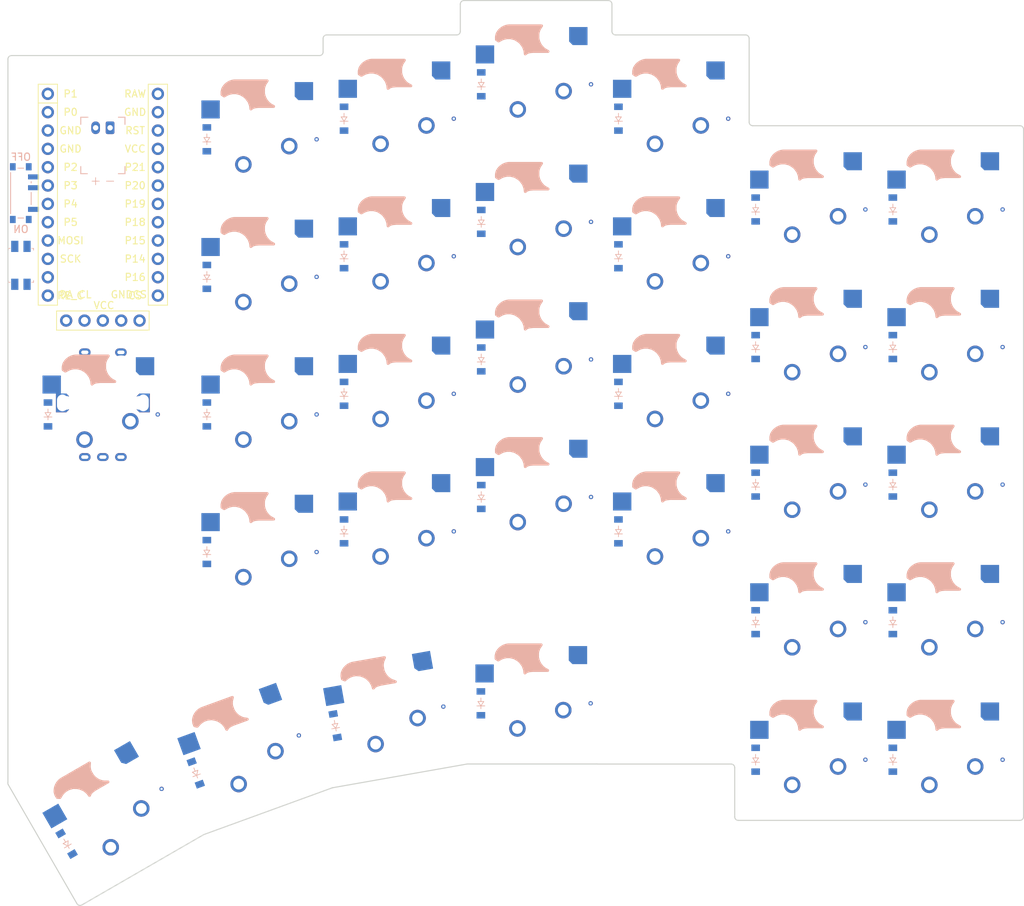
<source format=kicad_pcb>


(kicad_pcb
  (version 20240108)
  (generator "ergogen")
  (generator_version "4.1.0")
  (general
    (thickness 1.6)
    (legacy_teardrops no)
  )
  (paper "A3")
  (title_block
    (title "clackr-right")
    (date "2024-08-12")
    (rev "v1.0.0")
    (company "Unknown")
  )

  (layers
    (0 "F.Cu" signal)
    (31 "B.Cu" signal)
    (32 "B.Adhes" user "B.Adhesive")
    (33 "F.Adhes" user "F.Adhesive")
    (34 "B.Paste" user)
    (35 "F.Paste" user)
    (36 "B.SilkS" user "B.Silkscreen")
    (37 "F.SilkS" user "F.Silkscreen")
    (38 "B.Mask" user)
    (39 "F.Mask" user)
    (40 "Dwgs.User" user "User.Drawings")
    (41 "Cmts.User" user "User.Comments")
    (42 "Eco1.User" user "User.Eco1")
    (43 "Eco2.User" user "User.Eco2")
    (44 "Edge.Cuts" user)
    (45 "Margin" user)
    (46 "B.CrtYd" user "B.Courtyard")
    (47 "F.CrtYd" user "F.Courtyard")
    (48 "B.Fab" user)
    (49 "F.Fab" user)
  )

  (setup
    (pad_to_mask_clearance 0.05)
    (allow_soldermask_bridges_in_footprints no)
    (pcbplotparams
      (layerselection 0x00010fc_ffffffff)
      (plot_on_all_layers_selection 0x0000000_00000000)
      (disableapertmacros no)
      (usegerberextensions no)
      (usegerberattributes yes)
      (usegerberadvancedattributes yes)
      (creategerberjobfile yes)
      (dashed_line_dash_ratio 12.000000)
      (dashed_line_gap_ratio 3.000000)
      (svgprecision 4)
      (plotframeref no)
      (viasonmask no)
      (mode 1)
      (useauxorigin no)
      (hpglpennumber 1)
      (hpglpenspeed 20)
      (hpglpendiameter 15.000000)
      (pdf_front_fp_property_popups yes)
      (pdf_back_fp_property_popups yes)
      (dxfpolygonmode yes)
      (dxfimperialunits yes)
      (dxfusepcbnewfont yes)
      (psnegative no)
      (psa4output no)
      (plotreference yes)
      (plotvalue yes)
      (plotfptext yes)
      (plotinvisibletext no)
      (sketchpadsonfab no)
      (subtractmaskfromsilk no)
      (outputformat 1)
      (mirror no)
      (drillshape 1)
      (scaleselection 1)
      (outputdirectory "")
    )
  )

  (net 0 "")
(net 1 "P1")
(net 2 "P0")
(net 3 "P2")
(net 4 "P3")
(net 5 "P4")
(net 6 "P5")
(net 7 "mirror_pinky0_modifiers")
(net 8 "mirror_pinky0_bottom")
(net 9 "mirror_pinky0_home")
(net 10 "mirror_pinky0_top")
(net 11 "mirror_pinky0_numerics")
(net 12 "mirror_pinky1_modifiers")
(net 13 "mirror_pinky1_bottom")
(net 14 "mirror_pinky1_home")
(net 15 "mirror_pinky1_top")
(net 16 "mirror_pinky1_numerics")
(net 17 "mirror_ring_bottom")
(net 18 "mirror_ring_home")
(net 19 "mirror_ring_top")
(net 20 "mirror_ring_numerics")
(net 21 "mirror_middle_bottom")
(net 22 "mirror_middle_home")
(net 23 "mirror_middle_top")
(net 24 "mirror_middle_numerics")
(net 25 "mirror_index0_bottom")
(net 26 "mirror_index0_home")
(net 27 "mirror_index0_top")
(net 28 "mirror_index0_numerics")
(net 29 "mirror_index1_bottom")
(net 30 "mirror_index1_home")
(net 31 "mirror_index1_top")
(net 32 "mirror_index1_numerics")
(net 33 "mirror_tucky_default")
(net 34 "mirror_reachy_default")
(net 35 "mirror_extra-reachy_default")
(net 36 "mirror_extra-extra-reachy_default")
(net 37 "mirror_encoder_default")
(net 38 "P14")
(net 39 "P15")
(net 40 "P18")
(net 41 "P19")
(net 42 "P20")
(net 43 "P16")
(net 44 "RAW")
(net 45 "GND")
(net 46 "RST")
(net 47 "VCC")
(net 48 "P21")
(net 49 "CS")
(net 50 "MOSI")
(net 51 "SCK")
(net 52 "RE_A")
(net 53 "RE_C")
(net 54 "P101")
(net 55 "P102")
(net 56 "P107")
(net 57 "MCU1_24")
(net 58 "MCU1_1")
(net 59 "MCU1_23")
(net 60 "MCU1_2")
(net 61 "MCU1_22")
(net 62 "MCU1_3")
(net 63 "MCU1_21")
(net 64 "MCU1_4")
(net 65 "MCU1_20")
(net 66 "MCU1_5")
(net 67 "MCU1_19")
(net 68 "MCU1_6")
(net 69 "MCU1_18")
(net 70 "MCU1_7")
(net 71 "MCU1_17")
(net 72 "MCU1_8")
(net 73 "MCU1_16")
(net 74 "MCU1_9")
(net 75 "MCU1_15")
(net 76 "MCU1_10")
(net 77 "MCU1_14")
(net 78 "MCU1_11")
(net 79 "MCU1_13")
(net 80 "MCU1_12")
(net 81 "BAT_P")
(net 82 "JST1_1")
(net 83 "JST1_2")
(net 84 "DISP1_1")
(net 85 "DISP1_2")
(net 86 "DISP1_4")
(net 87 "DISP1_5")

  
      (module VIA-0.6mm (layer F.Cu) (tedit 591DBFB0)
      (at 316.29624820000004 1.6 0)   
      
      (fp_text reference REF** (at 0 1.4) (layer F.SilkS) hide (effects (font (size 1 1) (thickness 0.15))))
      (fp_text value VIA-0.6mm (at 0 -1.4) (layer F.Fab) hide (effects (font (size 1 1) (thickness 0.15))))

      
      (pad 1 thru_hole circle (at 0 0) (size 0.6 0.6) (drill 0.3) (layers *.Cu) (zone_connect 2) (net 1 "P1"))
      )
    

      (module VIA-0.6mm (layer F.Cu) (tedit 591DBFB0)
      (at 316.29624820000004 -17.45 0)   
      
      (fp_text reference REF** (at 0 1.4) (layer F.SilkS) hide (effects (font (size 1 1) (thickness 0.15))))
      (fp_text value VIA-0.6mm (at 0 -1.4) (layer F.Fab) hide (effects (font (size 1 1) (thickness 0.15))))

      
      (pad 1 thru_hole circle (at 0 0) (size 0.6 0.6) (drill 0.3) (layers *.Cu) (zone_connect 2) (net 1 "P1"))
      )
    

      (module VIA-0.6mm (layer F.Cu) (tedit 591DBFB0)
      (at 316.29624820000004 -36.5 0)   
      
      (fp_text reference REF** (at 0 1.4) (layer F.SilkS) hide (effects (font (size 1 1) (thickness 0.15))))
      (fp_text value VIA-0.6mm (at 0 -1.4) (layer F.Fab) hide (effects (font (size 1 1) (thickness 0.15))))

      
      (pad 1 thru_hole circle (at 0 0) (size 0.6 0.6) (drill 0.3) (layers *.Cu) (zone_connect 2) (net 1 "P1"))
      )
    

      (module VIA-0.6mm (layer F.Cu) (tedit 591DBFB0)
      (at 316.29624820000004 -55.550000000000004 0)   
      
      (fp_text reference REF** (at 0 1.4) (layer F.SilkS) hide (effects (font (size 1 1) (thickness 0.15))))
      (fp_text value VIA-0.6mm (at 0 -1.4) (layer F.Fab) hide (effects (font (size 1 1) (thickness 0.15))))

      
      (pad 1 thru_hole circle (at 0 0) (size 0.6 0.6) (drill 0.3) (layers *.Cu) (zone_connect 2) (net 1 "P1"))
      )
    

      (module VIA-0.6mm (layer F.Cu) (tedit 591DBFB0)
      (at 316.29624820000004 -74.60000000000001 0)   
      
      (fp_text reference REF** (at 0 1.4) (layer F.SilkS) hide (effects (font (size 1 1) (thickness 0.15))))
      (fp_text value VIA-0.6mm (at 0 -1.4) (layer F.Fab) hide (effects (font (size 1 1) (thickness 0.15))))

      
      (pad 1 thru_hole circle (at 0 0) (size 0.6 0.6) (drill 0.3) (layers *.Cu) (zone_connect 2) (net 1 "P1"))
      )
    

      (module VIA-0.6mm (layer F.Cu) (tedit 591DBFB0)
      (at 297.29624820000004 1.6 0)   
      
      (fp_text reference REF** (at 0 1.4) (layer F.SilkS) hide (effects (font (size 1 1) (thickness 0.15))))
      (fp_text value VIA-0.6mm (at 0 -1.4) (layer F.Fab) hide (effects (font (size 1 1) (thickness 0.15))))

      
      (pad 1 thru_hole circle (at 0 0) (size 0.6 0.6) (drill 0.3) (layers *.Cu) (zone_connect 2) (net 2 "P0"))
      )
    

      (module VIA-0.6mm (layer F.Cu) (tedit 591DBFB0)
      (at 297.29624820000004 -17.45 0)   
      
      (fp_text reference REF** (at 0 1.4) (layer F.SilkS) hide (effects (font (size 1 1) (thickness 0.15))))
      (fp_text value VIA-0.6mm (at 0 -1.4) (layer F.Fab) hide (effects (font (size 1 1) (thickness 0.15))))

      
      (pad 1 thru_hole circle (at 0 0) (size 0.6 0.6) (drill 0.3) (layers *.Cu) (zone_connect 2) (net 2 "P0"))
      )
    

      (module VIA-0.6mm (layer F.Cu) (tedit 591DBFB0)
      (at 297.29624820000004 -36.5 0)   
      
      (fp_text reference REF** (at 0 1.4) (layer F.SilkS) hide (effects (font (size 1 1) (thickness 0.15))))
      (fp_text value VIA-0.6mm (at 0 -1.4) (layer F.Fab) hide (effects (font (size 1 1) (thickness 0.15))))

      
      (pad 1 thru_hole circle (at 0 0) (size 0.6 0.6) (drill 0.3) (layers *.Cu) (zone_connect 2) (net 2 "P0"))
      )
    

      (module VIA-0.6mm (layer F.Cu) (tedit 591DBFB0)
      (at 297.29624820000004 -55.550000000000004 0)   
      
      (fp_text reference REF** (at 0 1.4) (layer F.SilkS) hide (effects (font (size 1 1) (thickness 0.15))))
      (fp_text value VIA-0.6mm (at 0 -1.4) (layer F.Fab) hide (effects (font (size 1 1) (thickness 0.15))))

      
      (pad 1 thru_hole circle (at 0 0) (size 0.6 0.6) (drill 0.3) (layers *.Cu) (zone_connect 2) (net 2 "P0"))
      )
    

      (module VIA-0.6mm (layer F.Cu) (tedit 591DBFB0)
      (at 297.29624820000004 -74.60000000000001 0)   
      
      (fp_text reference REF** (at 0 1.4) (layer F.SilkS) hide (effects (font (size 1 1) (thickness 0.15))))
      (fp_text value VIA-0.6mm (at 0 -1.4) (layer F.Fab) hide (effects (font (size 1 1) (thickness 0.15))))

      
      (pad 1 thru_hole circle (at 0 0) (size 0.6 0.6) (drill 0.3) (layers *.Cu) (zone_connect 2) (net 2 "P0"))
      )
    

      (module VIA-0.6mm (layer F.Cu) (tedit 591DBFB0)
      (at 278.29624820000004 -30.023 0)   
      
      (fp_text reference REF** (at 0 1.4) (layer F.SilkS) hide (effects (font (size 1 1) (thickness 0.15))))
      (fp_text value VIA-0.6mm (at 0 -1.4) (layer F.Fab) hide (effects (font (size 1 1) (thickness 0.15))))

      
      (pad 1 thru_hole circle (at 0 0) (size 0.6 0.6) (drill 0.3) (layers *.Cu) (zone_connect 2) (net 3 "P2"))
      )
    

      (module VIA-0.6mm (layer F.Cu) (tedit 591DBFB0)
      (at 278.29624820000004 -49.073 0)   
      
      (fp_text reference REF** (at 0 1.4) (layer F.SilkS) hide (effects (font (size 1 1) (thickness 0.15))))
      (fp_text value VIA-0.6mm (at 0 -1.4) (layer F.Fab) hide (effects (font (size 1 1) (thickness 0.15))))

      
      (pad 1 thru_hole circle (at 0 0) (size 0.6 0.6) (drill 0.3) (layers *.Cu) (zone_connect 2) (net 3 "P2"))
      )
    

      (module VIA-0.6mm (layer F.Cu) (tedit 591DBFB0)
      (at 278.29624820000004 -68.123 0)   
      
      (fp_text reference REF** (at 0 1.4) (layer F.SilkS) hide (effects (font (size 1 1) (thickness 0.15))))
      (fp_text value VIA-0.6mm (at 0 -1.4) (layer F.Fab) hide (effects (font (size 1 1) (thickness 0.15))))

      
      (pad 1 thru_hole circle (at 0 0) (size 0.6 0.6) (drill 0.3) (layers *.Cu) (zone_connect 2) (net 3 "P2"))
      )
    

      (module VIA-0.6mm (layer F.Cu) (tedit 591DBFB0)
      (at 278.29624820000004 -87.173 0)   
      
      (fp_text reference REF** (at 0 1.4) (layer F.SilkS) hide (effects (font (size 1 1) (thickness 0.15))))
      (fp_text value VIA-0.6mm (at 0 -1.4) (layer F.Fab) hide (effects (font (size 1 1) (thickness 0.15))))

      
      (pad 1 thru_hole circle (at 0 0) (size 0.6 0.6) (drill 0.3) (layers *.Cu) (zone_connect 2) (net 3 "P2"))
      )
    

      (module VIA-0.6mm (layer F.Cu) (tedit 591DBFB0)
      (at 259.29624820000004 -34.7855 0)   
      
      (fp_text reference REF** (at 0 1.4) (layer F.SilkS) hide (effects (font (size 1 1) (thickness 0.15))))
      (fp_text value VIA-0.6mm (at 0 -1.4) (layer F.Fab) hide (effects (font (size 1 1) (thickness 0.15))))

      
      (pad 1 thru_hole circle (at 0 0) (size 0.6 0.6) (drill 0.3) (layers *.Cu) (zone_connect 2) (net 4 "P3"))
      )
    

      (module VIA-0.6mm (layer F.Cu) (tedit 591DBFB0)
      (at 259.29624820000004 -53.8355 0)   
      
      (fp_text reference REF** (at 0 1.4) (layer F.SilkS) hide (effects (font (size 1 1) (thickness 0.15))))
      (fp_text value VIA-0.6mm (at 0 -1.4) (layer F.Fab) hide (effects (font (size 1 1) (thickness 0.15))))

      
      (pad 1 thru_hole circle (at 0 0) (size 0.6 0.6) (drill 0.3) (layers *.Cu) (zone_connect 2) (net 4 "P3"))
      )
    

      (module VIA-0.6mm (layer F.Cu) (tedit 591DBFB0)
      (at 259.29624820000004 -72.88550000000001 0)   
      
      (fp_text reference REF** (at 0 1.4) (layer F.SilkS) hide (effects (font (size 1 1) (thickness 0.15))))
      (fp_text value VIA-0.6mm (at 0 -1.4) (layer F.Fab) hide (effects (font (size 1 1) (thickness 0.15))))

      
      (pad 1 thru_hole circle (at 0 0) (size 0.6 0.6) (drill 0.3) (layers *.Cu) (zone_connect 2) (net 4 "P3"))
      )
    

      (module VIA-0.6mm (layer F.Cu) (tedit 591DBFB0)
      (at 259.29624820000004 -91.9355 0)   
      
      (fp_text reference REF** (at 0 1.4) (layer F.SilkS) hide (effects (font (size 1 1) (thickness 0.15))))
      (fp_text value VIA-0.6mm (at 0 -1.4) (layer F.Fab) hide (effects (font (size 1 1) (thickness 0.15))))

      
      (pad 1 thru_hole circle (at 0 0) (size 0.6 0.6) (drill 0.3) (layers *.Cu) (zone_connect 2) (net 4 "P3"))
      )
    

      (module VIA-0.6mm (layer F.Cu) (tedit 591DBFB0)
      (at 240.2962482 -30.023 0)   
      
      (fp_text reference REF** (at 0 1.4) (layer F.SilkS) hide (effects (font (size 1 1) (thickness 0.15))))
      (fp_text value VIA-0.6mm (at 0 -1.4) (layer F.Fab) hide (effects (font (size 1 1) (thickness 0.15))))

      
      (pad 1 thru_hole circle (at 0 0) (size 0.6 0.6) (drill 0.3) (layers *.Cu) (zone_connect 2) (net 5 "P4"))
      )
    

      (module VIA-0.6mm (layer F.Cu) (tedit 591DBFB0)
      (at 240.2962482 -49.073 0)   
      
      (fp_text reference REF** (at 0 1.4) (layer F.SilkS) hide (effects (font (size 1 1) (thickness 0.15))))
      (fp_text value VIA-0.6mm (at 0 -1.4) (layer F.Fab) hide (effects (font (size 1 1) (thickness 0.15))))

      
      (pad 1 thru_hole circle (at 0 0) (size 0.6 0.6) (drill 0.3) (layers *.Cu) (zone_connect 2) (net 5 "P4"))
      )
    

      (module VIA-0.6mm (layer F.Cu) (tedit 591DBFB0)
      (at 240.2962482 -68.123 0)   
      
      (fp_text reference REF** (at 0 1.4) (layer F.SilkS) hide (effects (font (size 1 1) (thickness 0.15))))
      (fp_text value VIA-0.6mm (at 0 -1.4) (layer F.Fab) hide (effects (font (size 1 1) (thickness 0.15))))

      
      (pad 1 thru_hole circle (at 0 0) (size 0.6 0.6) (drill 0.3) (layers *.Cu) (zone_connect 2) (net 5 "P4"))
      )
    

      (module VIA-0.6mm (layer F.Cu) (tedit 591DBFB0)
      (at 240.2962482 -87.173 0)   
      
      (fp_text reference REF** (at 0 1.4) (layer F.SilkS) hide (effects (font (size 1 1) (thickness 0.15))))
      (fp_text value VIA-0.6mm (at 0 -1.4) (layer F.Fab) hide (effects (font (size 1 1) (thickness 0.15))))

      
      (pad 1 thru_hole circle (at 0 0) (size 0.6 0.6) (drill 0.3) (layers *.Cu) (zone_connect 2) (net 5 "P4"))
      )
    

      (module VIA-0.6mm (layer F.Cu) (tedit 591DBFB0)
      (at 221.2962482 -27.1655 0)   
      
      (fp_text reference REF** (at 0 1.4) (layer F.SilkS) hide (effects (font (size 1 1) (thickness 0.15))))
      (fp_text value VIA-0.6mm (at 0 -1.4) (layer F.Fab) hide (effects (font (size 1 1) (thickness 0.15))))

      
      (pad 1 thru_hole circle (at 0 0) (size 0.6 0.6) (drill 0.3) (layers *.Cu) (zone_connect 2) (net 6 "P5"))
      )
    

      (module VIA-0.6mm (layer F.Cu) (tedit 591DBFB0)
      (at 221.2962482 -46.2155 0)   
      
      (fp_text reference REF** (at 0 1.4) (layer F.SilkS) hide (effects (font (size 1 1) (thickness 0.15))))
      (fp_text value VIA-0.6mm (at 0 -1.4) (layer F.Fab) hide (effects (font (size 1 1) (thickness 0.15))))

      
      (pad 1 thru_hole circle (at 0 0) (size 0.6 0.6) (drill 0.3) (layers *.Cu) (zone_connect 2) (net 6 "P5"))
      )
    

      (module VIA-0.6mm (layer F.Cu) (tedit 591DBFB0)
      (at 221.2962482 -65.2655 0)   
      
      (fp_text reference REF** (at 0 1.4) (layer F.SilkS) hide (effects (font (size 1 1) (thickness 0.15))))
      (fp_text value VIA-0.6mm (at 0 -1.4) (layer F.Fab) hide (effects (font (size 1 1) (thickness 0.15))))

      
      (pad 1 thru_hole circle (at 0 0) (size 0.6 0.6) (drill 0.3) (layers *.Cu) (zone_connect 2) (net 6 "P5"))
      )
    

      (module VIA-0.6mm (layer F.Cu) (tedit 591DBFB0)
      (at 221.2962482 -84.3155 0)   
      
      (fp_text reference REF** (at 0 1.4) (layer F.SilkS) hide (effects (font (size 1 1) (thickness 0.15))))
      (fp_text value VIA-0.6mm (at 0 -1.4) (layer F.Fab) hide (effects (font (size 1 1) (thickness 0.15))))

      
      (pad 1 thru_hole circle (at 0 0) (size 0.6 0.6) (drill 0.3) (layers *.Cu) (zone_connect 2) (net 6 "P5"))
      )
    

      (module VIA-0.6mm (layer F.Cu) (tedit 591DBFB0)
      (at 259.2462482 -6.2105000000000015 0)   
      
      (fp_text reference REF** (at 0 1.4) (layer F.SilkS) hide (effects (font (size 1 1) (thickness 0.15))))
      (fp_text value VIA-0.6mm (at 0 -1.4) (layer F.Fab) hide (effects (font (size 1 1) (thickness 0.15))))

      
      (pad 1 thru_hole circle (at 0 0) (size 0.6 0.6) (drill 0.3) (layers *.Cu) (zone_connect 2) (net 1 "P1"))
      )
    

      (module VIA-0.6mm (layer F.Cu) (tedit 591DBFB0)
      (at 238.8493315 -5.755828700000001 10)   
      
      (fp_text reference REF** (at 0 1.4) (layer F.SilkS) hide (effects (font (size 1 1) (thickness 0.15))))
      (fp_text value VIA-0.6mm (at 0 -1.4) (layer F.Fab) hide (effects (font (size 1 1) (thickness 0.15))))

      
      (pad 1 thru_hole circle (at 0 0) (size 0.6 0.6) (drill 0.3) (layers *.Cu) (zone_connect 2) (net 2 "P0"))
      )
    

      (module VIA-0.6mm (layer F.Cu) (tedit 591DBFB0)
      (at 218.84124260000002 -1.7661775000000008 20)   
      
      (fp_text reference REF** (at 0 1.4) (layer F.SilkS) hide (effects (font (size 1 1) (thickness 0.15))))
      (fp_text value VIA-0.6mm (at 0 -1.4) (layer F.Fab) hide (effects (font (size 1 1) (thickness 0.15))))

      
      (pad 1 thru_hole circle (at 0 0) (size 0.6 0.6) (drill 0.3) (layers *.Cu) (zone_connect 2) (net 3 "P2"))
      )
    

      (module VIA-0.6mm (layer F.Cu) (tedit 591DBFB0)
      (at 199.8299172 5.637230099999998 30)   
      
      (fp_text reference REF** (at 0 1.4) (layer F.SilkS) hide (effects (font (size 1 1) (thickness 0.15))))
      (fp_text value VIA-0.6mm (at 0 -1.4) (layer F.Fab) hide (effects (font (size 1 1) (thickness 0.15))))

      
      (pad 1 thru_hole circle (at 0 0) (size 0.6 0.6) (drill 0.3) (layers *.Cu) (zone_connect 2) (net 4 "P3"))
      )
    

      (module VIA-0.6mm (layer F.Cu) (tedit 591DBFB0)
      (at 199.2962482 -46.2155 0)   
      
      (fp_text reference REF** (at 0 1.4) (layer F.SilkS) hide (effects (font (size 1 1) (thickness 0.15))))
      (fp_text value VIA-0.6mm (at 0 -1.4) (layer F.Fab) hide (effects (font (size 1 1) (thickness 0.15))))

      
      (pad 1 thru_hole circle (at 0 0) (size 0.6 0.6) (drill 0.3) (layers *.Cu) (zone_connect 2) (net 6 "P5"))
      )
    

  (footprint "ceoloide:switch_mx" (layer "B.Cu") (at 308.6962482 0 0))
    

  (footprint "ceoloide:switch_mx" (layer "B.Cu") (at 308.6962482 -19.05 0))
    

  (footprint "ceoloide:switch_mx" (layer "B.Cu") (at 308.6962482 -38.1 0))
    

  (footprint "ceoloide:switch_mx" (layer "B.Cu") (at 308.6962482 -57.150000000000006 0))
    

  (footprint "ceoloide:switch_mx" (layer "B.Cu") (at 308.6962482 -76.2 0))
    

  (footprint "ceoloide:switch_mx" (layer "B.Cu") (at 289.6962482 0 0))
    

  (footprint "ceoloide:switch_mx" (layer "B.Cu") (at 289.6962482 -19.05 0))
    

  (footprint "ceoloide:switch_mx" (layer "B.Cu") (at 289.6962482 -38.1 0))
    

  (footprint "ceoloide:switch_mx" (layer "B.Cu") (at 289.6962482 -57.150000000000006 0))
    

  (footprint "ceoloide:switch_mx" (layer "B.Cu") (at 289.6962482 -76.2 0))
    

  (footprint "ceoloide:switch_mx" (layer "B.Cu") (at 270.6962482 -31.623 0))
    

  (footprint "ceoloide:switch_mx" (layer "B.Cu") (at 270.6962482 -50.673 0))
    

  (footprint "ceoloide:switch_mx" (layer "B.Cu") (at 270.6962482 -69.723 0))
    

  (footprint "ceoloide:switch_mx" (layer "B.Cu") (at 270.6962482 -88.773 0))
    

  (footprint "ceoloide:switch_mx" (layer "B.Cu") (at 251.6962482 -36.3855 0))
    

  (footprint "ceoloide:switch_mx" (layer "B.Cu") (at 251.6962482 -55.435500000000005 0))
    

  (footprint "ceoloide:switch_mx" (layer "B.Cu") (at 251.6962482 -74.4855 0))
    

  (footprint "ceoloide:switch_mx" (layer "B.Cu") (at 251.6962482 -93.5355 0))
    

  (footprint "ceoloide:switch_mx" (layer "B.Cu") (at 232.6962482 -31.623 0))
    

  (footprint "ceoloide:switch_mx" (layer "B.Cu") (at 232.6962482 -50.673 0))
    

  (footprint "ceoloide:switch_mx" (layer "B.Cu") (at 232.6962482 -69.723 0))
    

  (footprint "ceoloide:switch_mx" (layer "B.Cu") (at 232.6962482 -88.773 0))
    

  (footprint "ceoloide:switch_mx" (layer "B.Cu") (at 213.6962482 -28.765500000000003 0))
    

  (footprint "ceoloide:switch_mx" (layer "B.Cu") (at 213.6962482 -47.8155 0))
    

  (footprint "ceoloide:switch_mx" (layer "B.Cu") (at 213.6962482 -66.8655 0))
    

  (footprint "ceoloide:switch_mx" (layer "B.Cu") (at 213.6962482 -85.9155 0))
    

  (footprint "ceoloide:switch_mx" (layer "B.Cu") (at 251.6462482 -7.810500000000001 0))
    

  (footprint "ceoloide:switch_mx" (layer "B.Cu") (at 231.08695550000002 -6.011795000000001 10))
    

  (footprint "ceoloide:switch_mx" (layer "B.Cu") (at 211.15234650000002 -0.6703326000000009 20))
    

  (footprint "ceoloide:switch_mx" (layer "B.Cu") (at 192.4481241 8.051589499999999 30))
    

  (footprint "ceoloide:switch_mx" (layer "B.Cu") (at 191.6962482 -47.8155 0))
    

    (footprint "ceoloide:diode_tht_sod123" (layer "B.Cu") (at 301.0962482 1.6 -270))
        

    (footprint "ceoloide:diode_tht_sod123" (layer "B.Cu") (at 301.0962482 -17.45 -270))
        

    (footprint "ceoloide:diode_tht_sod123" (layer "B.Cu") (at 301.0962482 -36.5 -270))
        

    (footprint "ceoloide:diode_tht_sod123" (layer "B.Cu") (at 301.0962482 -55.550000000000004 -270))
        

    (footprint "ceoloide:diode_tht_sod123" (layer "B.Cu") (at 301.0962482 -74.60000000000001 -270))
        

    (footprint "ceoloide:diode_tht_sod123" (layer "B.Cu") (at 282.0962482 1.6 -270))
        

    (footprint "ceoloide:diode_tht_sod123" (layer "B.Cu") (at 282.0962482 -17.45 -270))
        

    (footprint "ceoloide:diode_tht_sod123" (layer "B.Cu") (at 282.0962482 -36.5 -270))
        

    (footprint "ceoloide:diode_tht_sod123" (layer "B.Cu") (at 282.0962482 -55.550000000000004 -270))
        

    (footprint "ceoloide:diode_tht_sod123" (layer "B.Cu") (at 282.0962482 -74.60000000000001 -270))
        

    (footprint "ceoloide:diode_tht_sod123" (layer "B.Cu") (at 263.0962482 -30.023 -270))
        

    (footprint "ceoloide:diode_tht_sod123" (layer "B.Cu") (at 263.0962482 -49.073 -270))
        

    (footprint "ceoloide:diode_tht_sod123" (layer "B.Cu") (at 263.0962482 -68.123 -270))
        

    (footprint "ceoloide:diode_tht_sod123" (layer "B.Cu") (at 263.0962482 -87.173 -270))
        

    (footprint "ceoloide:diode_tht_sod123" (layer "B.Cu") (at 244.09624820000002 -34.7855 -270))
        

    (footprint "ceoloide:diode_tht_sod123" (layer "B.Cu") (at 244.09624820000002 -53.8355 -270))
        

    (footprint "ceoloide:diode_tht_sod123" (layer "B.Cu") (at 244.09624820000002 -72.88550000000001 -270))
        

    (footprint "ceoloide:diode_tht_sod123" (layer "B.Cu") (at 244.09624820000002 -91.9355 -270))
        

    (footprint "ceoloide:diode_tht_sod123" (layer "B.Cu") (at 225.09624820000002 -30.023 -270))
        

    (footprint "ceoloide:diode_tht_sod123" (layer "B.Cu") (at 225.09624820000002 -49.073 -270))
        

    (footprint "ceoloide:diode_tht_sod123" (layer "B.Cu") (at 225.09624820000002 -68.123 -270))
        

    (footprint "ceoloide:diode_tht_sod123" (layer "B.Cu") (at 225.09624820000002 -87.173 -270))
        

    (footprint "ceoloide:diode_tht_sod123" (layer "B.Cu") (at 206.09624820000002 -27.1655 -270))
        

    (footprint "ceoloide:diode_tht_sod123" (layer "B.Cu") (at 206.09624820000002 -46.2155 -270))
        

    (footprint "ceoloide:diode_tht_sod123" (layer "B.Cu") (at 206.09624820000002 -65.2655 -270))
        

    (footprint "ceoloide:diode_tht_sod123" (layer "B.Cu") (at 206.09624820000002 -84.3155 -270))
        

    (footprint "ceoloide:diode_tht_sod123" (layer "B.Cu") (at 244.0462482 -6.2105000000000015 -270))
        

    (footprint "ceoloide:diode_tht_sod123" (layer "B.Cu") (at 223.88025370000003 -3.116376400000001 -260))
        

    (footprint "ceoloide:diode_tht_sod123" (layer "B.Cu") (at 204.55791480000002 3.432528699999999 -250))
        

    (footprint "ceoloide:diode_tht_sod123" (layer "B.Cu") (at 186.666331 13.237230099999998 -240))
        

    (footprint "ceoloide:diode_tht_sod123" (layer "B.Cu") (at 184.09624820000002 -46.2155 -270))
        

    
    
  (footprint "ceoloide:mcu_nice_nano" (layer "F.Cu") (at 191.6962482 -77.9155 0))

  
  
    

  (footprint "ceoloide:rotary_encoder_ec11_ec12" (layer "F.Cu") (at 191.6962482 -47.8155 0))
    

  (footprint "ceoloide:power_switch_smd_side" (layer "B.Cu") (at 180.34624820000002 -76.8655 -180))
    

    (footprint "ceoloide:battery_connector_jst_ph_2" (layer "B.Cu") (at 191.6962482 -85.9155 0))
        

  (footprint "ceoloide:reset_switch_smd_side" (layer "B.Cu") (at 180.34624820000002 -66.8655 -270))
    

  (footprint "ceoloide:display_nice_view" (layer F.Cu) (at 191.6962482 -75.9155 0))
    
  (gr_line (start 279.6962482 10) (end 318.6962482 10) (layer Edge.Cuts) (stroke (width 0.15) (type default)))
(gr_line (start 319.1962482 9.5) (end 319.1962482 -85.7) (layer Edge.Cuts) (stroke (width 0.15) (type default)))
(gr_line (start 281.6962482 -86.2) (end 318.6962482 -86.2) (layer Edge.Cuts) (stroke (width 0.15) (type default)))
(gr_line (start 279.1962482 2.696999999999999) (end 279.1962482 9.5) (layer Edge.Cuts) (stroke (width 0.15) (type default)))
(gr_line (start 260.1962482 2.196999999999999) (end 278.6962482 2.196999999999999) (layer Edge.Cuts) (stroke (width 0.15) (type default)))
(gr_line (start 260.1962482 2.196999999999999) (end 260.1962482 2.189499999999999) (layer Edge.Cuts) (stroke (width 0.15) (type default)))
(gr_line (start 281.1962482 -86.7) (end 281.1962482 -98.273) (layer Edge.Cuts) (stroke (width 0.15) (type default)))
(gr_line (start 280.6962482 -98.773) (end 262.6962482 -98.773) (layer Edge.Cuts) (stroke (width 0.15) (type default)))
(gr_line (start 262.1962482 -99.273) (end 262.1962482 -103.0355) (layer Edge.Cuts) (stroke (width 0.15) (type default)))
(gr_line (start 261.6962482 -103.5355) (end 241.6962482 -103.5355) (layer Edge.Cuts) (stroke (width 0.15) (type default)))
(gr_line (start 241.1962482 -103.0355) (end 241.1962482 -99.273) (layer Edge.Cuts) (stroke (width 0.15) (type default)))
(gr_line (start 240.6962482 -98.773) (end 222.6962482 -98.773) (layer Edge.Cuts) (stroke (width 0.15) (type default)))
(gr_line (start 222.1962482 -98.273) (end 222.1962482 -96.4155) (layer Edge.Cuts) (stroke (width 0.15) (type default)))
(gr_line (start 179.04924820000002 -95.9155) (end 221.6962482 -95.9155) (layer Edge.Cuts) (stroke (width 0.15) (type default)))
(gr_line (start 242.20654978593208 2.189499999999999) (end 260.1962482 2.189499999999999) (layer Edge.Cuts) (stroke (width 0.15) (type default)))
(gr_line (start 223.5271489165367 5.47546899956469) (end 242.11972568593208 2.197096099999996) (layer Edge.Cuts) (stroke (width 0.15) (type default)))
(gr_line (start 205.70213242719288 11.95516079922578) (end 223.4429629606878 5.498026583495019) (layer Edge.Cuts) (stroke (width 0.15) (type default)))
(gr_line (start 188.7878701 21.711843500000015) (end 205.62314248304176 11.991994415295466) (layer Edge.Cuts) (stroke (width 0.15) (type default)))
(gr_line (start 178.60485740000001 5.074348200000031) (end 188.10485740000004 21.528830800000037) (layer Edge.Cuts) (stroke (width 0.15) (type default)))
(gr_arc (start 318.6962482 10) (mid 319.0498016 9.8535534) (end 319.1962482 9.5) (layer Edge.Cuts) (stroke (width 0.15) (type default)))
(gr_arc (start 319.1962482 -85.7) (mid 319.0498016 -86.0535534) (end 318.6962482 -86.2) (layer Edge.Cuts) (stroke (width 0.15) (type default)))
(gr_arc (start 281.1962482 -86.7) (mid 281.3426948 -86.34644660000001) (end 281.6962482 -86.2) (layer Edge.Cuts) (stroke (width 0.15) (type default)))
(gr_arc (start 281.1962482 -98.273) (mid 281.0498016 -98.62655339999999) (end 280.6962482 -98.773) (layer Edge.Cuts) (stroke (width 0.15) (type default)))
(gr_arc (start 262.1962482 -99.273) (mid 262.3426948 -98.9194466) (end 262.6962482 -98.773) (layer Edge.Cuts) (stroke (width 0.15) (type default)))
(gr_arc (start 262.1962482 -103.0355) (mid 262.0498016 -103.3890534) (end 261.6962482 -103.5355) (layer Edge.Cuts) (stroke (width 0.15) (type default)))
(gr_arc (start 241.6962482 -103.5355) (mid 241.3426948 -103.3890534) (end 241.1962482 -103.0355) (layer Edge.Cuts) (stroke (width 0.15) (type default)))
(gr_arc (start 240.6962482 -98.773) (mid 241.04980160000002 -98.9194466) (end 241.1962482 -99.273) (layer Edge.Cuts) (stroke (width 0.15) (type default)))
(gr_arc (start 222.6962482 -98.773) (mid 222.3426948 -98.62655339999999) (end 222.1962482 -98.273) (layer Edge.Cuts) (stroke (width 0.15) (type default)))
(gr_arc (start 221.6962482 -95.9155) (mid 222.04980160000002 -96.0619466) (end 222.1962482 -96.4155) (layer Edge.Cuts) (stroke (width 0.15) (type default)))
(gr_arc (start 178.5492482 4.718288600000017) (mid 178.54385879999998 4.9015026000000175) (end 178.6048574 5.074348200000017) (layer Edge.Cuts) (stroke (width 0.15) (type default)))
(gr_arc (start 188.10485740000004 21.528830800000037) (mid 188.40846060000004 21.761793700000037) (end 188.78787010000005 21.711843500000036) (layer Edge.Cuts) (stroke (width 0.15) (type default)))
(gr_arc (start 205.70213238304177 11.955160815295471) (mid 205.66183328304177 11.971853215295472) (end 205.62314248304176 11.991994415295471) (layer Edge.Cuts) (stroke (width 0.15) (type default)))
(gr_arc (start 223.5271489165367 5.475468999564696) (mid 223.4845635165367 5.484909999564696) (end 223.44296291653671 5.498026599564696) (layer Edge.Cuts) (stroke (width 0.15) (type default)))
(gr_arc (start 242.20654978593208 2.1894999999999953) (mid 242.16297188593208 2.1914026999999954) (end 242.11972568593208 2.197096099999995) (layer Edge.Cuts) (stroke (width 0.15) (type default)))
(gr_arc (start 279.1962482 2.696999999999999) (mid 279.0498016 2.343446599999999) (end 278.6962482 2.196999999999999) (layer Edge.Cuts) (stroke (width 0.15) (type default)))
(gr_arc (start 279.1962482 9.5) (mid 279.3426948 9.8535534) (end 279.6962482 10) (layer Edge.Cuts) (stroke (width 0.15) (type default)))
(gr_line (start 178.54924820000002 -95.4155) (end 178.5492482 4.718288600000017) (layer Edge.Cuts) (stroke (width 0.15) (type default)))
(gr_arc (start 179.04924820000002 -95.9155) (mid 178.6956948 -95.76905339999999) (end 178.54924820000002 -95.4155) (layer Edge.Cuts) (stroke (width 0.15) (type default)))

)


</source>
